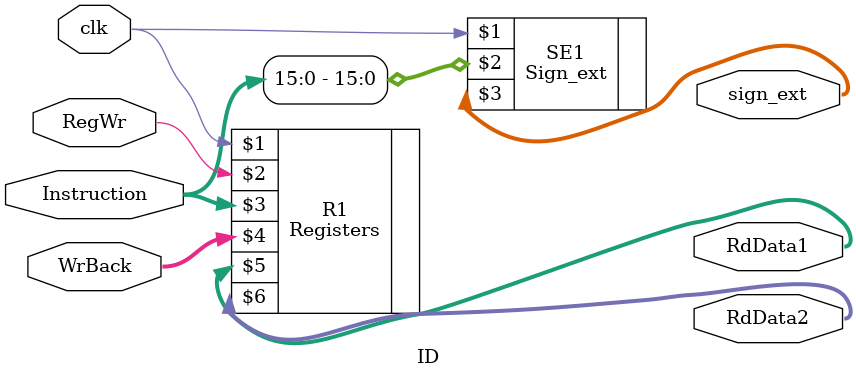
<source format=v>
`timescale 1ns / 1ps


module ID(
    input clk,
    input [31:0] Instruction,
    input [31:0] WrBack,
    input RegWr,
    output [31:0] RdData1,
    output [31:0] RdData2,
    output [31:0] sign_ext
    );
    
    Registers R1(clk,RegWr,Instruction,WrBack,RdData1,RdData2);
    Sign_ext SE1(clk,Instruction[15:0],sign_ext);
    
endmodule

</source>
